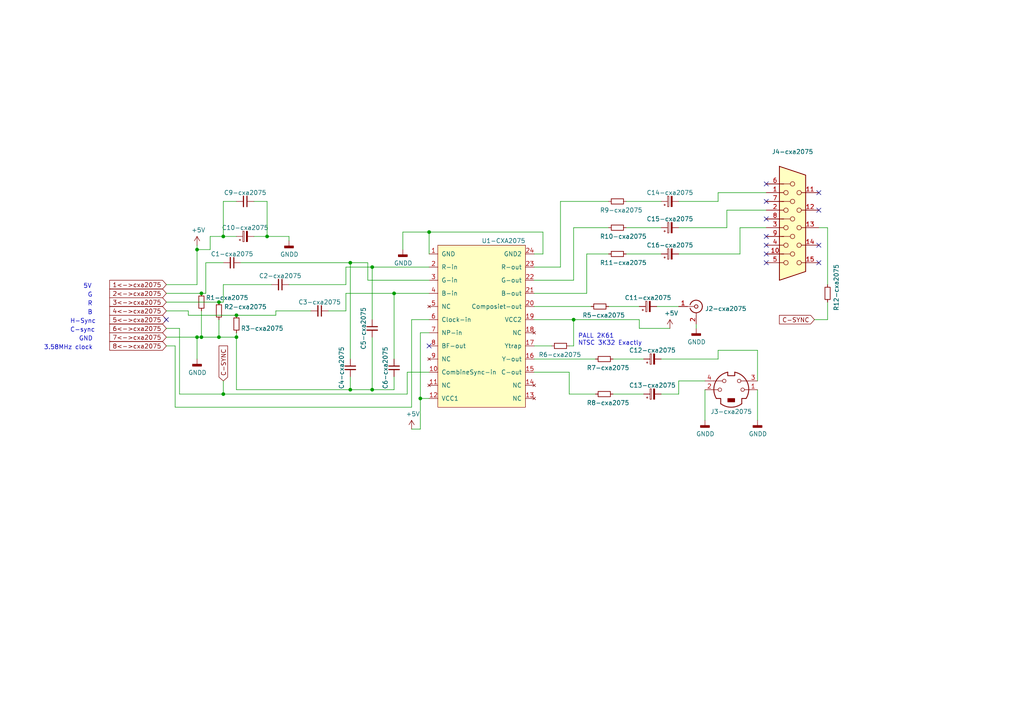
<source format=kicad_sch>
(kicad_sch (version 20211123) (generator eeschema)
  (paper "A4")
  (lib_symbols
    (symbol "Connector:Conn_Coaxial" (pin_names (offset 1.016) hide)
      (property "Reference" "J" (at 0.254 3.048 0))
      (property "Value" "Conn_Coaxial" (at 2.921 0 90))
      (symbol "Conn_Coaxial_0_1"
        (arc (start -1.778 -0.508) (mid 0.2311 -1.8066) (end 1.778 0) (stroke (width 0.254)))
        (polyline (pts (xy -2.54 0) (xy -0.508 0)))
        (polyline (pts (xy 0 -2.54) (xy 0 -1.778)))
        (circle (center 0 0) (radius 0.508) (stroke (width 0.2032)))
        (arc (start 1.778 0) (mid 0.2099 1.8101) (end -1.778 0.508) (stroke (width 0.254)))
      )
      (symbol "Conn_Coaxial_1_1"
        (pin passive line (at -5.08 0 0) (length 2.54) (name "In") (number "1"))
        (pin passive line (at 0 -5.08 90) (length 2.54) (name "Ext") (number "2"))
      )
    )
    (symbol "Connector:DB15_Female_HighDensity" (pin_names (offset 1.016) hide)
      (property "Reference" "J" (at 0 21.59 0))
      (property "Value" "DB15_Female_HighDensity" (at 0 19.05 0))
      (symbol "DB15_Female_HighDensity_0_1"
        (circle (center -1.905 -10.16) (radius 0.635))
        (circle (center -1.905 -5.08) (radius 0.635))
        (circle (center -1.905 0) (radius 0.635))
        (circle (center -1.905 5.08) (radius 0.635))
        (circle (center -1.905 10.16) (radius 0.635))
        (circle (center 0 -7.62) (radius 0.635))
        (circle (center 0 -2.54) (radius 0.635))
        (polyline (pts (xy -3.175 7.62) (xy -0.635 7.62)))
        (polyline (pts (xy -0.635 -7.62) (xy -3.175 -7.62)))
        (polyline (pts (xy -0.635 -2.54) (xy -3.175 -2.54)))
        (polyline (pts (xy -0.635 2.54) (xy -3.175 2.54)))
        (polyline (pts (xy -0.635 12.7) (xy -3.175 12.7)))
        (polyline (pts (xy -3.81 17.78) (xy -3.81 -15.24) (xy 3.81 -12.7) (xy 3.81 15.24) (xy -3.81 17.78)) (stroke (width 0.254)) (fill (type background)))
        (circle (center 0 2.54) (radius 0.635))
        (circle (center 0 7.62) (radius 0.635))
        (circle (center 0 12.7) (radius 0.635))
        (circle (center 1.905 -10.16) (radius 0.635))
        (circle (center 1.905 -5.08) (radius 0.635))
        (circle (center 1.905 0) (radius 0.635))
        (circle (center 1.905 5.08) (radius 0.635))
        (circle (center 1.905 10.16) (radius 0.635))
      )
      (symbol "DB15_Female_HighDensity_1_1"
        (pin passive line (at -7.62 10.16 0) (length 5.08) (name "~") (number "1"))
        (pin passive line (at -7.62 -7.62 0) (length 5.08) (name "~") (number "10"))
        (pin passive line (at 7.62 10.16 180) (length 5.08) (name "~") (number "11"))
        (pin passive line (at 7.62 5.08 180) (length 5.08) (name "~") (number "12"))
        (pin passive line (at 7.62 0 180) (length 5.08) (name "~") (number "13"))
        (pin passive line (at 7.62 -5.08 180) (length 5.08) (name "~") (number "14"))
        (pin passive line (at 7.62 -10.16 180) (length 5.08) (name "~") (number "15"))
        (pin passive line (at -7.62 5.08 0) (length 5.08) (name "~") (number "2"))
        (pin passive line (at -7.62 0 0) (length 5.08) (name "~") (number "3"))
        (pin passive line (at -7.62 -5.08 0) (length 5.08) (name "~") (number "4"))
        (pin passive line (at -7.62 -10.16 0) (length 5.08) (name "~") (number "5"))
        (pin passive line (at -7.62 12.7 0) (length 5.08) (name "~") (number "6"))
        (pin passive line (at -7.62 7.62 0) (length 5.08) (name "~") (number "7"))
        (pin passive line (at -7.62 2.54 0) (length 5.08) (name "~") (number "8"))
        (pin passive line (at -7.62 -2.54 0) (length 5.08) (name "~") (number "9"))
      )
    )
    (symbol "Connector:Mini-DIN-4" (pin_names (offset 1.016))
      (property "Reference" "J" (at 0 6.35 0))
      (property "Value" "Mini-DIN-4" (at 0 -6.35 0))
      (symbol "Mini-DIN-4_0_1"
        (circle (center -3.302 0) (radius 0.508))
        (arc (start -3.048 -4.064) (mid 0 -5.08) (end 3.048 -4.064) (stroke (width 0.254)))
        (circle (center -2.032 2.54) (radius 0.508))
        (rectangle (start -1.016 -2.54) (end 1.016 -3.556) (fill (type outline)))
        (arc (start -1.016 5.08) (mid -4.6228 2.1214) (end -4.318 -2.54) (stroke (width 0.254)))
        (polyline (pts (xy -3.81 0) (xy -5.08 0)))
        (polyline (pts (xy -2.54 2.54) (xy -5.08 2.54)))
        (polyline (pts (xy 2.794 2.54) (xy 5.08 2.54)))
        (polyline (pts (xy 5.08 0) (xy 3.81 0)))
        (polyline (pts (xy -4.318 -2.54) (xy -3.048 -2.54) (xy -3.048 -4.064)) (stroke (width 0.254)))
        (polyline (pts (xy 4.318 -2.54) (xy 3.048 -2.54) (xy 3.048 -4.064)) (stroke (width 0.254)))
        (polyline (pts (xy -1.016 5.08) (xy -1.016 4.064) (xy 1.016 4.064) (xy 1.016 5.08)) (stroke (width 0.254)))
        (circle (center 2.286 2.54) (radius 0.508))
        (circle (center 3.302 0) (radius 0.508))
        (arc (start 4.318 -2.54) (mid 4.6661 2.1322) (end 1.016 5.08) (stroke (width 0.254)))
      )
      (symbol "Mini-DIN-4_1_1"
        (pin passive line (at 7.62 0 180) (length 2.54) (name "~") (number "1"))
        (pin passive line (at -7.62 0 0) (length 2.54) (name "~") (number "2"))
        (pin passive line (at 7.62 2.54 180) (length 2.54) (name "~") (number "3"))
        (pin passive line (at -7.62 2.54 0) (length 2.54) (name "~") (number "4"))
      )
    )
    (symbol "Device:C_Small" (pin_numbers hide) (pin_names (offset 0.254) hide)
      (property "Reference" "C" (at 0.254 1.778 0))
      (property "Value" "C_Small" (at 0.254 -2.032 0))
      (symbol "C_Small_0_1"
        (polyline (pts (xy -1.524 -0.508) (xy 1.524 -0.508)) (stroke (width 0.3302)))
        (polyline (pts (xy -1.524 0.508) (xy 1.524 0.508)) (stroke (width 0.3048)))
      )
      (symbol "C_Small_1_1"
        (pin passive line (at 0 2.54 270) (length 2.032) (name "~") (number "1"))
        (pin passive line (at 0 -2.54 90) (length 2.032) (name "~") (number "2"))
      )
    )
    (symbol "Device:R_Small" (pin_numbers hide) (pin_names (offset 0.254) hide)
      (property "Reference" "R" (at 0.762 0.508 0))
      (property "Value" "R_Small" (at 0.762 -1.016 0))
      (symbol "R_Small_0_1"
        (rectangle (start -0.762 1.778) (end 0.762 -1.778) (stroke (width 0.2032)))
      )
      (symbol "R_Small_1_1"
        (pin passive line (at 0 2.54 270) (length 0.762) (name "~") (number "1"))
        (pin passive line (at 0 -2.54 90) (length 0.762) (name "~") (number "2"))
      )
    )
    (symbol "V9958-V9938-rescue:CP_Small-Device" (pin_numbers hide) (pin_names (offset 0.254) hide)
      (property "Reference" "C" (at 0.254 1.778 0))
      (property "Value" "CP_Small-Device" (at 0.254 -2.032 0))
      (symbol "CP_Small-Device_0_1"
        (rectangle (start -1.524 -0.3048) (end 1.524 -0.6858) (fill (type outline)))
        (rectangle (start -1.524 0.6858) (end 1.524 0.3048))
        (polyline (pts (xy -1.27 1.524) (xy -0.762 1.524)))
        (polyline (pts (xy -1.016 1.27) (xy -1.016 1.778)))
      )
      (symbol "CP_Small-Device_1_1"
        (pin passive line (at 0 2.54 270) (length 1.8542) (name "~") (number "1"))
        (pin passive line (at 0 -2.54 90) (length 1.8542) (name "~") (number "2"))
      )
    )
    (symbol "V9958-V9938-rescue:CXA2075-cxa2075" (pin_names (offset 1.016))
      (property "Reference" "U" (at 7.62 25.4 0))
      (property "Value" "CXA2075-cxa2075" (at -8.89 25.4 0))
      (symbol "CXA2075-cxa2075_0_1"
        (rectangle (start -13.97 24.13) (end 11.43 -22.86) (fill (type background)))
      )
      (symbol "CXA2075-cxa2075_1_1"
        (pin power_in line (at -16.51 21.59 0) (length 2.54) (name "GND") (number "1"))
        (pin input line (at -16.51 -12.7 0) (length 2.54) (name "CombineSync-in") (number "10"))
        (pin no_connect line (at -16.51 -16.51 0) (length 2.54) (name "NC") (number "11"))
        (pin power_in line (at -16.51 -20.32 0) (length 2.54) (name "VCC1") (number "12"))
        (pin no_connect line (at 13.97 -20.32 180) (length 2.54) (name "NC") (number "13"))
        (pin no_connect line (at 13.97 -16.51 180) (length 2.54) (name "NC") (number "14"))
        (pin output line (at 13.97 -12.7 180) (length 2.54) (name "C-out") (number "15"))
        (pin output line (at 13.97 -8.89 180) (length 2.54) (name "Y-out") (number "16"))
        (pin output line (at 13.97 -5.08 180) (length 2.54) (name "Ytrap") (number "17"))
        (pin no_connect line (at 13.97 -1.27 180) (length 2.54) (name "NC") (number "18"))
        (pin power_in line (at 13.97 2.54 180) (length 2.54) (name "VCC2") (number "19"))
        (pin input line (at -16.51 17.78 0) (length 2.54) (name "R-in") (number "2"))
        (pin output line (at 13.97 6.35 180) (length 2.54) (name "Composiet-out") (number "20"))
        (pin output line (at 13.97 10.16 180) (length 2.54) (name "B-out") (number "21"))
        (pin output line (at 13.97 13.97 180) (length 2.54) (name "G-out") (number "22"))
        (pin output line (at 13.97 17.78 180) (length 2.54) (name "R-out") (number "23"))
        (pin power_in line (at 13.97 21.59 180) (length 2.54) (name "GND2") (number "24"))
        (pin input line (at -16.51 13.97 0) (length 2.54) (name "G-in") (number "3"))
        (pin input line (at -16.51 10.16 0) (length 2.54) (name "B-in") (number "4"))
        (pin no_connect line (at -16.51 6.35 0) (length 2.54) (name "NC") (number "5"))
        (pin input line (at -16.51 2.54 0) (length 2.54) (name "Clock-in") (number "6"))
        (pin input line (at -16.51 -1.27 0) (length 2.54) (name "NP-in") (number "7"))
        (pin output line (at -16.51 -5.08 0) (length 2.54) (name "BF-out") (number "8"))
        (pin no_connect line (at -16.51 -8.89 0) (length 2.54) (name "NC") (number "9"))
      )
    )
    (symbol "power:+5V" (power) (pin_names (offset 0))
      (property "Value" "+5V" (at 0 3.556 0))
      (symbol "+5V_0_1"
        (polyline (pts (xy -0.762 1.27) (xy 0 2.54)))
        (polyline (pts (xy 0 0) (xy 0 2.54)))
        (polyline (pts (xy 0 2.54) (xy 0.762 1.27)))
      )
      (symbol "+5V_1_1"
        (pin power_in line (at 0 0 90) (length 0) hide (name "+5V") (number "1"))
      )
    )
    (symbol "power:GNDD" (power) (pin_names (offset 0))
      (property "Value" "GNDD" (at 0 -3.175 0))
      (symbol "GNDD_0_1"
        (rectangle (start -1.27 -1.524) (end 1.27 -2.032) (stroke (width 0.254)) (fill (type outline)))
        (polyline (pts (xy 0 0) (xy 0 -1.524)))
      )
      (symbol "GNDD_1_1"
        (pin power_in line (at 0 0 270) (length 0) hide (name "GNDD") (number "1"))
      )
    )
  )
  (junction (at 58.42 85.09))
  (junction (at 101.6 76.2))
  (junction (at 107.95 77.47))
  (junction (at 63.5 97.79))
  (junction (at 107.95 113.03))
  (junction (at 101.6 113.03))
  (junction (at 63.5 87.63))
  (junction (at 166.37 92.71))
  (junction (at 57.15 72.39))
  (junction (at 124.46 67.31))
  (junction (at 68.58 91.44))
  (junction (at 57.15 97.79))
  (junction (at 121.92 115.57))
  (junction (at 77.47 68.58))
  (junction (at 58.42 97.79))
  (junction (at 68.58 97.79))
  (junction (at 114.3 85.09))
  (junction (at 64.77 114.3))
  (junction (at 64.77 68.58))
  (no_connect (at 237.49 71.12))
  (no_connect (at 222.25 68.58))
  (no_connect (at 222.25 58.42))
  (no_connect (at 237.49 55.88))
  (no_connect (at 222.25 63.5))
  (no_connect (at 48.26 92.71))
  (no_connect (at 222.25 53.34))
  (no_connect (at 222.25 76.2))
  (no_connect (at 222.25 73.66))
  (no_connect (at 237.49 76.2))
  (no_connect (at 222.25 71.12))
  (no_connect (at 124.46 100.33))
  (no_connect (at 237.49 60.96))
  (wire (pts (xy 114.3 85.09) (xy 124.46 85.09)))
  (wire (pts (xy 196.85 66.04) (xy 210.82 66.04)))
  (wire (pts (xy 73.66 58.42) (xy 77.47 58.42)))
  (wire (pts (xy 119.38 92.71) (xy 124.46 92.71)))
  (wire (pts (xy 204.47 113.03) (xy 204.47 121.92)))
  (wire (pts (xy 177.8 114.3) (xy 186.69 114.3)))
  (wire (pts (xy 63.5 87.63) (xy 64.77 87.63)))
  (wire (pts (xy 166.37 66.04) (xy 176.53 66.04)))
  (wire (pts (xy 116.84 67.31) (xy 124.46 67.31)))
  (wire (pts (xy 101.6 113.03) (xy 68.58 113.03)))
  (wire (pts (xy 64.77 68.58) (xy 68.58 68.58)))
  (wire (pts (xy 154.94 88.9) (xy 171.45 88.9)))
  (wire (pts (xy 118.11 107.95) (xy 118.11 114.3)))
  (wire (pts (xy 124.46 96.52) (xy 121.92 96.52)))
  (wire (pts (xy 166.37 92.71) (xy 185.42 92.71)))
  (wire (pts (xy 101.6 113.03) (xy 101.6 109.22)))
  (wire (pts (xy 60.96 72.39) (xy 60.96 68.58)))
  (wire (pts (xy 190.5 88.9) (xy 196.85 88.9)))
  (wire (pts (xy 121.92 124.46) (xy 119.38 124.46)))
  (wire (pts (xy 54.61 90.17) (xy 54.61 91.44)))
  (wire (pts (xy 162.56 77.47) (xy 162.56 58.42)))
  (wire (pts (xy 69.85 76.2) (xy 101.6 76.2)))
  (wire (pts (xy 214.63 73.66) (xy 214.63 66.04)))
  (wire (pts (xy 52.07 114.3) (xy 52.07 95.25)))
  (wire (pts (xy 196.85 114.3) (xy 196.85 110.49)))
  (wire (pts (xy 83.82 82.55) (xy 100.33 82.55)))
  (wire (pts (xy 236.22 92.71) (xy 240.03 92.71)))
  (wire (pts (xy 64.77 82.55) (xy 78.74 82.55)))
  (wire (pts (xy 58.42 97.79) (xy 57.15 97.79)))
  (wire (pts (xy 121.92 115.57) (xy 124.46 115.57)))
  (wire (pts (xy 116.84 72.39) (xy 116.84 67.31)))
  (wire (pts (xy 240.03 82.55) (xy 240.03 66.04)))
  (wire (pts (xy 240.03 92.71) (xy 240.03 87.63)))
  (wire (pts (xy 107.95 97.79) (xy 107.95 113.03)))
  (wire (pts (xy 219.71 101.6) (xy 219.71 110.49)))
  (wire (pts (xy 54.61 91.44) (xy 68.58 91.44)))
  (wire (pts (xy 181.61 73.66) (xy 191.77 73.66)))
  (wire (pts (xy 170.18 73.66) (xy 176.53 73.66)))
  (wire (pts (xy 154.94 85.09) (xy 170.18 85.09)))
  (wire (pts (xy 107.95 77.47) (xy 124.46 77.47)))
  (wire (pts (xy 240.03 66.04) (xy 237.49 66.04)))
  (wire (pts (xy 165.1 100.33) (xy 166.37 100.33)))
  (wire (pts (xy 58.42 90.17) (xy 58.42 97.79)))
  (wire (pts (xy 154.94 81.28) (xy 166.37 81.28)))
  (wire (pts (xy 181.61 66.04) (xy 191.77 66.04)))
  (wire (pts (xy 50.8 100.33) (xy 50.8 118.11)))
  (wire (pts (xy 114.3 113.03) (xy 107.95 113.03)))
  (wire (pts (xy 196.85 58.42) (xy 208.28 58.42)))
  (wire (pts (xy 59.69 85.09) (xy 59.69 76.2)))
  (wire (pts (xy 114.3 104.14) (xy 114.3 85.09)))
  (wire (pts (xy 48.26 95.25) (xy 52.07 95.25)))
  (wire (pts (xy 101.6 76.2) (xy 106.68 76.2)))
  (wire (pts (xy 191.77 114.3) (xy 196.85 114.3)))
  (wire (pts (xy 100.33 85.09) (xy 114.3 85.09)))
  (wire (pts (xy 208.28 55.88) (xy 222.25 55.88)))
  (wire (pts (xy 101.6 104.14) (xy 101.6 76.2)))
  (wire (pts (xy 121.92 96.52) (xy 121.92 115.57)))
  (wire (pts (xy 119.38 118.11) (xy 119.38 92.71)))
  (wire (pts (xy 80.01 90.17) (xy 90.17 90.17)))
  (wire (pts (xy 64.77 110.49) (xy 64.77 114.3)))
  (wire (pts (xy 64.77 68.58) (xy 64.77 58.42)))
  (wire (pts (xy 176.53 88.9) (xy 185.42 88.9)))
  (wire (pts (xy 68.58 113.03) (xy 68.58 97.79)))
  (wire (pts (xy 80.01 91.44) (xy 80.01 90.17)))
  (wire (pts (xy 63.5 97.79) (xy 58.42 97.79)))
  (wire (pts (xy 57.15 97.79) (xy 57.15 104.14)))
  (wire (pts (xy 83.82 68.58) (xy 83.82 69.85)))
  (wire (pts (xy 162.56 58.42) (xy 176.53 58.42)))
  (wire (pts (xy 157.48 67.31) (xy 124.46 67.31)))
  (wire (pts (xy 63.5 92.71) (xy 63.5 97.79)))
  (wire (pts (xy 170.18 85.09) (xy 170.18 73.66)))
  (wire (pts (xy 154.94 107.95) (xy 165.1 107.95)))
  (wire (pts (xy 58.42 85.09) (xy 59.69 85.09)))
  (wire (pts (xy 166.37 81.28) (xy 166.37 66.04)))
  (wire (pts (xy 196.85 73.66) (xy 214.63 73.66)))
  (wire (pts (xy 154.94 100.33) (xy 160.02 100.33)))
  (wire (pts (xy 100.33 77.47) (xy 107.95 77.47)))
  (wire (pts (xy 48.26 97.79) (xy 57.15 97.79)))
  (wire (pts (xy 210.82 60.96) (xy 222.25 60.96)))
  (wire (pts (xy 60.96 68.58) (xy 64.77 68.58)))
  (wire (pts (xy 57.15 72.39) (xy 60.96 72.39)))
  (wire (pts (xy 106.68 81.28) (xy 124.46 81.28)))
  (wire (pts (xy 64.77 114.3) (xy 52.07 114.3)))
  (wire (pts (xy 208.28 101.6) (xy 219.71 101.6)))
  (wire (pts (xy 100.33 82.55) (xy 100.33 77.47)))
  (wire (pts (xy 100.33 90.17) (xy 100.33 85.09)))
  (wire (pts (xy 214.63 66.04) (xy 222.25 66.04)))
  (wire (pts (xy 57.15 82.55) (xy 57.15 72.39)))
  (wire (pts (xy 154.94 73.66) (xy 157.48 73.66)))
  (wire (pts (xy 121.92 115.57) (xy 121.92 124.46)))
  (wire (pts (xy 107.95 92.71) (xy 107.95 77.47)))
  (wire (pts (xy 210.82 66.04) (xy 210.82 60.96)))
  (wire (pts (xy 48.26 90.17) (xy 54.61 90.17)))
  (wire (pts (xy 157.48 73.66) (xy 157.48 67.31)))
  (wire (pts (xy 166.37 100.33) (xy 166.37 92.71)))
  (wire (pts (xy 68.58 96.52) (xy 68.58 97.79)))
  (wire (pts (xy 48.26 87.63) (xy 63.5 87.63)))
  (wire (pts (xy 118.11 114.3) (xy 64.77 114.3)))
  (wire (pts (xy 64.77 87.63) (xy 64.77 82.55)))
  (wire (pts (xy 107.95 113.03) (xy 101.6 113.03)))
  (wire (pts (xy 165.1 114.3) (xy 172.72 114.3)))
  (wire (pts (xy 124.46 107.95) (xy 118.11 107.95)))
  (wire (pts (xy 196.85 110.49) (xy 204.47 110.49)))
  (wire (pts (xy 185.42 95.25) (xy 194.31 95.25)))
  (wire (pts (xy 165.1 107.95) (xy 165.1 114.3)))
  (wire (pts (xy 185.42 92.71) (xy 185.42 95.25)))
  (wire (pts (xy 57.15 72.39) (xy 57.15 71.12)))
  (wire (pts (xy 95.25 90.17) (xy 100.33 90.17)))
  (wire (pts (xy 154.94 92.71) (xy 166.37 92.71)))
  (wire (pts (xy 154.94 77.47) (xy 162.56 77.47)))
  (wire (pts (xy 177.8 104.14) (xy 186.69 104.14)))
  (wire (pts (xy 48.26 82.55) (xy 57.15 82.55)))
  (wire (pts (xy 219.71 113.03) (xy 219.71 121.92)))
  (wire (pts (xy 106.68 76.2) (xy 106.68 81.28)))
  (wire (pts (xy 68.58 91.44) (xy 80.01 91.44)))
  (wire (pts (xy 50.8 118.11) (xy 119.38 118.11)))
  (wire (pts (xy 48.26 85.09) (xy 58.42 85.09)))
  (wire (pts (xy 181.61 58.42) (xy 191.77 58.42)))
  (wire (pts (xy 191.77 104.14) (xy 208.28 104.14)))
  (wire (pts (xy 77.47 68.58) (xy 83.82 68.58)))
  (wire (pts (xy 77.47 68.58) (xy 73.66 68.58)))
  (wire (pts (xy 64.77 58.42) (xy 68.58 58.42)))
  (wire (pts (xy 68.58 97.79) (xy 63.5 97.79)))
  (wire (pts (xy 201.93 93.98) (xy 201.93 95.25)))
  (wire (pts (xy 48.26 100.33) (xy 50.8 100.33)))
  (wire (pts (xy 59.69 76.2) (xy 64.77 76.2)))
  (wire (pts (xy 124.46 67.31) (xy 124.46 73.66)))
  (wire (pts (xy 208.28 58.42) (xy 208.28 55.88)))
  (wire (pts (xy 154.94 104.14) (xy 172.72 104.14)))
  (wire (pts (xy 208.28 104.14) (xy 208.28 101.6)))
  (wire (pts (xy 77.47 58.42) (xy 77.47 68.58)))
  (wire (pts (xy 114.3 109.22) (xy 114.3 113.03)))
  (text "3.58MHz clock" (at 12.7 101.6 0) (effects (font (size 1.27 1.27)) (justify left bottom)))
  (text "G" (at 25.4 86.36 0) (effects (font (size 1.27 1.27)) (justify left bottom)))
  (text "PALL 2K61\nNTSC 3K32 Exactly" (at 167.64 100.33 0) (effects (font (size 1.27 1.27)) (justify left bottom)))
  (text "H-Sync" (at 20.32 93.98 0) (effects (font (size 1.27 1.27)) (justify left bottom)))
  (text "C-sync" (at 20.32 96.52 0) (effects (font (size 1.27 1.27)) (justify left bottom)))
  (text "5V" (at 24.13 83.82 0) (effects (font (size 1.27 1.27)) (justify left bottom)))
  (text "B" (at 25.4 91.44 0) (effects (font (size 1.27 1.27)) (justify left bottom)))
  (text "R" (at 25.4 88.9 0) (effects (font (size 1.27 1.27)) (justify left bottom)))
  (text "GND" (at 22.86 99.06 0) (effects (font (size 1.27 1.27)) (justify left bottom)))
  (global_label "7<->cxa2075" (shape input) (at 48.26 97.79 180) (property "Intersheet-verwijzingen" "${INTERSHEET_REFS}" (effects hide)))
  (global_label "4<->cxa2075" (shape input) (at 48.26 90.17 180) (property "Intersheet-verwijzingen" "${INTERSHEET_REFS}" (effects hide)))
  (global_label "C-SYNC" (shape input) (at 236.22 92.71 180) (property "Intersheet-verwijzingen" "${INTERSHEET_REFS}" (effects hide)))
  (global_label "6<->cxa2075" (shape input) (at 48.26 95.25 180) (property "Intersheet-verwijzingen" "${INTERSHEET_REFS}" (effects hide)))
  (global_label "5<->cxa2075" (shape input) (at 48.26 92.71 180) (property "Intersheet-verwijzingen" "${INTERSHEET_REFS}" (effects hide)))
  (global_label "2<->cxa2075" (shape input) (at 48.26 85.09 180) (property "Intersheet-verwijzingen" "${INTERSHEET_REFS}" (effects hide)))
  (global_label "8<->cxa2075" (shape input) (at 48.26 100.33 180) (property "Intersheet-verwijzingen" "${INTERSHEET_REFS}" (effects hide)))
  (global_label "3<->cxa2075" (shape input) (at 48.26 87.63 180) (property "Intersheet-verwijzingen" "${INTERSHEET_REFS}" (effects hide)))
  (global_label "1<->cxa2075" (shape input) (at 48.26 82.55 180) (property "Intersheet-verwijzingen" "${INTERSHEET_REFS}" (effects hide)))
  (global_label "C-SYNC" (shape input) (at 64.77 110.49 90) (property "Intersheet-verwijzingen" "${INTERSHEET_REFS}" (effects hide)))
  (symbol (lib_id "V9958-V9938-rescue:CXA2075-cxa2075") (at 140.97 95.25 0) (unit 1)
    (property "Reference" "U1-CXA2075" (at 146.05 69.85 0))
  )
  (symbol (lib_id "power:+5V") (at 57.15 71.12 0) (unit 1)
    (property "Reference" "#PWR0116" (effects hide))
  )
  (symbol (lib_id "power:GNDD") (at 57.15 104.14 0) (unit 1)
    (property "Reference" "#PWR0113" (effects hide))
  )
  (symbol (lib_id "Device:C_Small") (at 67.31 76.2 270) (unit 1)
    (property "Reference" "C1-cxa2075" (at 67.31 73.66 90))
  )
  (symbol (lib_id "Device:C_Small") (at 81.28 82.55 270) (unit 1)
    (property "Reference" "C2-cxa2075" (at 81.28 80.01 90))
  )
  (symbol (lib_id "Device:C_Small") (at 92.71 90.17 270) (unit 1)
    (property "Reference" "C3-cxa2075" (at 92.71 87.63 90))
  )
  (symbol (lib_id "Device:R_Small") (at 58.42 87.63 0) (unit 1)
    (property "Reference" "R1-cxa2075" (at 59.69 86.36 0) (effects (justify left)))
  )
  (symbol (lib_id "Device:R_Small") (at 63.5 90.17 0) (unit 1)
    (property "Reference" "R2-cxa2075" (at 64.9986 89.0016 0) (effects (justify left)))
  )
  (symbol (lib_id "Device:R_Small") (at 68.58 93.98 0) (unit 1)
    (property "Reference" "R3-cxa2075" (at 69.85 95.25 0) (effects (justify left)))
  )
  (symbol (lib_id "Device:C_Small") (at 101.6 106.68 0) (unit 1)
    (property "Reference" "C4-cxa2075" (at 99.06 106.68 90))
  )
  (symbol (lib_id "Device:C_Small") (at 107.95 95.25 0) (unit 1)
    (property "Reference" "C5-cxa2075" (at 105.41 95.25 90))
  )
  (symbol (lib_id "Device:C_Small") (at 114.3 106.68 0) (unit 1)
    (property "Reference" "C6-cxa2075" (at 111.76 106.68 90))
  )
  (symbol (lib_id "power:GNDD") (at 116.84 72.39 0) (unit 1)
    (property "Reference" "#PWR0114" (effects hide))
  )
  (symbol (lib_id "power:+5V") (at 119.38 124.46 0) (unit 1)
    (property "Reference" "#PWR0115" (effects hide))
  )
  (symbol (lib_id "Device:C_Small") (at 71.12 58.42 270) (unit 1)
    (property "Reference" "C9-cxa2075" (at 71.12 55.88 90))
  )
  (symbol (lib_id "V9958-V9938-rescue:CP_Small-Device") (at 71.12 68.58 90) (unit 1)
    (property "Reference" "C10-cxa2075" (at 71.12 66.04 90))
  )
  (symbol (lib_id "power:GNDD") (at 83.82 69.85 0) (unit 1)
    (property "Reference" "#PWR0117" (effects hide))
  )
  (symbol (lib_id "power:+5V") (at 194.31 95.25 0) (unit 1)
    (property "Reference" "#PWR0118" (effects hide))
  )
  (symbol (lib_id "Device:R_Small") (at 162.56 100.33 270) (unit 1)
    (property "Reference" "R6-cxa2075" (at 156.21 102.87 90) (effects (justify left)))
  )
  (symbol (lib_id "Device:R_Small") (at 173.99 88.9 270) (unit 1)
    (property "Reference" "R5-cxa2075" (at 168.91 91.44 90) (effects (justify left)))
  )
  (symbol (lib_id "V9958-V9938-rescue:CP_Small-Device") (at 187.96 88.9 90) (unit 1)
    (property "Reference" "C11-cxa2075" (at 187.96 86.36 90))
  )
  (symbol (lib_id "Connector:Conn_Coaxial") (at 201.93 88.9 0) (unit 1)
    (property "Reference" "J2-cxa2075" (at 204.47 89.535 0) (effects (justify left)))
    (property "Datasheet" " ~" (effects hide))
  )
  (symbol (lib_id "power:GNDD") (at 201.93 95.25 0) (unit 1)
    (property "Reference" "#PWR0119" (effects hide))
  )
  (symbol (lib_id "Connector:Mini-DIN-4") (at 212.09 113.03 0) (unit 1)
    (property "Reference" "J3-cxa2075" (at 212.09 119.38 0))
    (property "Datasheet" "http://service.powerdynamics.com/ec/Catalog17/Section%2011.pdf" (effects hide))
  )
  (symbol (lib_id "Device:R_Small") (at 175.26 104.14 270) (unit 1)
    (property "Reference" "R7-cxa2075" (at 170.18 106.68 90) (effects (justify left)))
  )
  (symbol (lib_id "Device:R_Small") (at 175.26 114.3 270) (unit 1)
    (property "Reference" "R8-cxa2075" (at 170.18 116.84 90) (effects (justify left)))
  )
  (symbol (lib_id "V9958-V9938-rescue:CP_Small-Device") (at 189.23 104.14 90) (unit 1)
    (property "Reference" "C12-cxa2075" (at 189.23 101.6 90))
  )
  (symbol (lib_id "V9958-V9938-rescue:CP_Small-Device") (at 189.23 114.3 90) (unit 1)
    (property "Reference" "C13-cxa2075" (at 189.23 111.76 90))
  )
  (symbol (lib_id "power:GNDD") (at 204.47 121.92 0) (unit 1)
    (property "Reference" "#PWR0120" (effects hide))
  )
  (symbol (lib_id "power:GNDD") (at 219.71 121.92 0) (unit 1)
    (property "Reference" "#PWR0128" (effects hide))
  )
  (symbol (lib_id "Connector:DB15_Female_HighDensity") (at 229.87 66.04 0) (unit 1)
    (property "Reference" "J4-cxa2075" (at 229.87 44.0182 0))
    (property "Datasheet" " ~" (effects hide))
  )
  (symbol (lib_id "Device:R_Small") (at 179.07 58.42 270) (unit 1)
    (property "Reference" "R9-cxa2075" (at 173.99 60.96 90) (effects (justify left)))
  )
  (symbol (lib_id "Device:R_Small") (at 179.07 66.04 270) (unit 1)
    (property "Reference" "R10-cxa2075" (at 173.99 68.58 90) (effects (justify left)))
  )
  (symbol (lib_id "Device:R_Small") (at 179.07 73.66 270) (unit 1)
    (property "Reference" "R11-cxa2075" (at 173.99 76.2 90) (effects (justify left)))
  )
  (symbol (lib_id "V9958-V9938-rescue:CP_Small-Device") (at 194.31 58.42 90) (unit 1)
    (property "Reference" "C14-cxa2075" (at 194.31 55.88 90))
  )
  (symbol (lib_id "V9958-V9938-rescue:CP_Small-Device") (at 194.31 66.04 90) (unit 1)
    (property "Reference" "C15-cxa2075" (at 194.31 63.5 90))
  )
  (symbol (lib_id "V9958-V9938-rescue:CP_Small-Device") (at 194.31 73.66 90) (unit 1)
    (property "Reference" "C16-cxa2075" (at 194.31 71.12 90))
  )
  (symbol (lib_id "Device:R_Small") (at 240.03 85.09 0) (unit 1)
    (property "Reference" "R12-cxa2075" (at 242.57 90.17 90) (effects (justify left)))
  )
)
</source>
